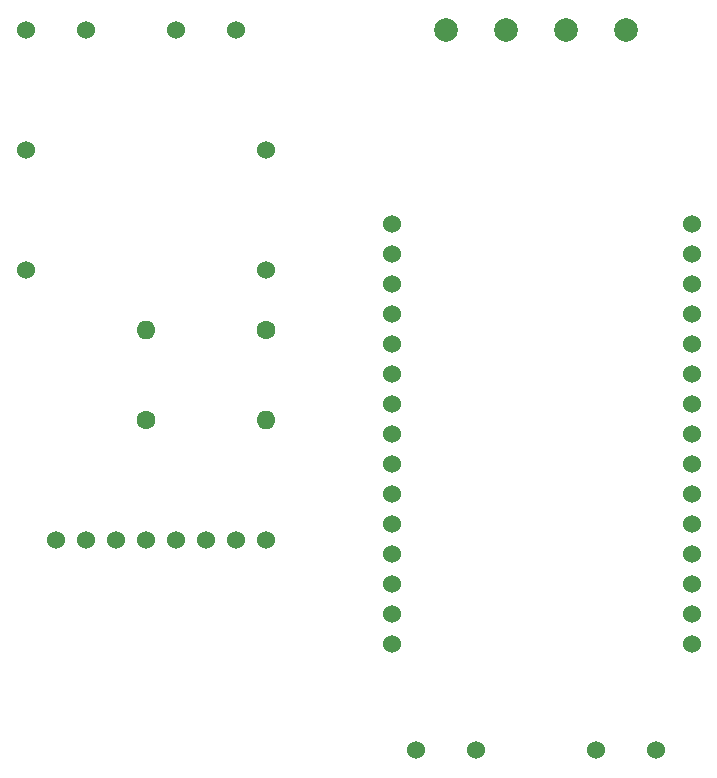
<source format=gbr>
%TF.GenerationSoftware,KiCad,Pcbnew,7.0.8*%
%TF.CreationDate,2025-10-26T00:12:12+02:00*%
%TF.ProjectId,Gyroskopicky-ovladac,4779726f-736b-46f7-9069-636b792d6f76,rev?*%
%TF.SameCoordinates,Original*%
%TF.FileFunction,Soldermask,Top*%
%TF.FilePolarity,Negative*%
%FSLAX46Y46*%
G04 Gerber Fmt 4.6, Leading zero omitted, Abs format (unit mm)*
G04 Created by KiCad (PCBNEW 7.0.8) date 2025-10-26 00:12:12*
%MOMM*%
%LPD*%
G01*
G04 APERTURE LIST*
%ADD10C,1.524000*%
%ADD11C,1.600000*%
%ADD12O,1.600000X1.600000*%
%ADD13C,2.000000*%
G04 APERTURE END LIST*
D10*
%TO.C,Menu1*%
X124460000Y-127000000D03*
X129540000Y-127000000D03*
%TD*%
D11*
%TO.C,R1*%
X101600000Y-99060000D03*
D12*
X111760000Y-99060000D03*
%TD*%
D10*
%TO.C,Regulator3V3*%
X111760000Y-86360000D03*
X111760000Y-76200000D03*
X91440000Y-86360000D03*
X91440000Y-76200000D03*
%TD*%
%TO.C,Switch1*%
X109220000Y-66040000D03*
X104140000Y-66040000D03*
%TD*%
D11*
%TO.C,R2*%
X111760000Y-91440000D03*
D12*
X101600000Y-91440000D03*
%TD*%
D10*
%TO.C,Reboot1*%
X139700000Y-127000000D03*
X144780000Y-127000000D03*
%TD*%
%TO.C,ESP1*%
X122385000Y-82405000D03*
X122385000Y-84945000D03*
X122385000Y-87485000D03*
X122385000Y-90025000D03*
X122385000Y-92565000D03*
X122385000Y-95105000D03*
X122385000Y-97645000D03*
X122385000Y-100185000D03*
X122385000Y-102725000D03*
X122385000Y-105265000D03*
X122385000Y-107805000D03*
X122385000Y-110345000D03*
X122385000Y-112885000D03*
X122385000Y-115425000D03*
X122385000Y-117965000D03*
X147785000Y-82405000D03*
X147785000Y-84945000D03*
X147785000Y-87485000D03*
X147785000Y-90025000D03*
X147785000Y-92565000D03*
X147785000Y-95105000D03*
X147785000Y-97645000D03*
X147785000Y-100185000D03*
X147785000Y-102725000D03*
X147785000Y-105265000D03*
X147785000Y-107805000D03*
X147785000Y-110345000D03*
X147785000Y-112885000D03*
X147785000Y-115425000D03*
X147785000Y-117965000D03*
%TD*%
%TO.C,Battery1*%
X91440000Y-66040000D03*
X96520000Y-66040000D03*
%TD*%
D13*
%TO.C,OLED1*%
X142240000Y-66040000D03*
X137160000Y-66040000D03*
X132080000Y-66040000D03*
X127000000Y-66040000D03*
%TD*%
D10*
%TO.C,MPU1*%
X111760000Y-109220000D03*
X109220000Y-109220000D03*
X106680000Y-109220000D03*
X104140000Y-109220000D03*
X101600000Y-109220000D03*
X99060000Y-109220000D03*
X96520000Y-109220000D03*
X93980000Y-109220000D03*
%TD*%
M02*

</source>
